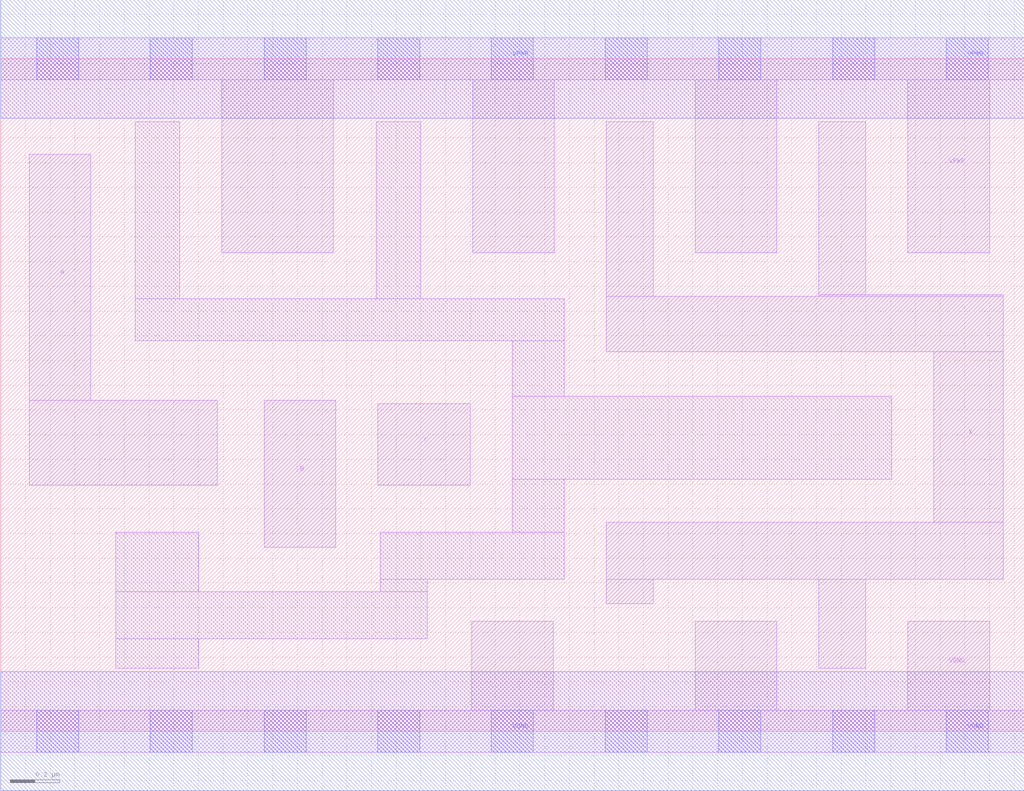
<source format=lef>
# Copyright 2020 The SkyWater PDK Authors
#
# Licensed under the Apache License, Version 2.0 (the "License");
# you may not use this file except in compliance with the License.
# You may obtain a copy of the License at
#
#     https://www.apache.org/licenses/LICENSE-2.0
#
# Unless required by applicable law or agreed to in writing, software
# distributed under the License is distributed on an "AS IS" BASIS,
# WITHOUT WARRANTIES OR CONDITIONS OF ANY KIND, either express or implied.
# See the License for the specific language governing permissions and
# limitations under the License.
#
# SPDX-License-Identifier: Apache-2.0

VERSION 5.7 ;
  NAMESCASESENSITIVE ON ;
  NOWIREEXTENSIONATPIN ON ;
  DIVIDERCHAR "/" ;
  BUSBITCHARS "[]" ;
UNITS
  DATABASE MICRONS 200 ;
END UNITS
MACRO sky130_fd_sc_hd__and3_4
  CLASS CORE ;
  SOURCE USER ;
  FOREIGN sky130_fd_sc_hd__and3_4 ;
  ORIGIN  0.000000  0.000000 ;
  SIZE  4.140000 BY  2.720000 ;
  SYMMETRY X Y R90 ;
  SITE unithd ;
  PIN A
    ANTENNAGATEAREA  0.247500 ;
    DIRECTION INPUT ;
    USE SIGNAL ;
    PORT
      LAYER li1 ;
        RECT 0.115000 0.995000 0.875000 1.340000 ;
        RECT 0.115000 1.340000 0.365000 2.335000 ;
    END
  END A
  PIN B
    ANTENNAGATEAREA  0.247500 ;
    DIRECTION INPUT ;
    USE SIGNAL ;
    PORT
      LAYER li1 ;
        RECT 1.065000 0.745000 1.355000 1.340000 ;
    END
  END B
  PIN C
    ANTENNAGATEAREA  0.247500 ;
    DIRECTION INPUT ;
    USE SIGNAL ;
    PORT
      LAYER li1 ;
        RECT 1.525000 0.995000 1.900000 1.325000 ;
    END
  END C
  PIN X
    ANTENNADIFFAREA  0.924000 ;
    DIRECTION OUTPUT ;
    USE SIGNAL ;
    PORT
      LAYER li1 ;
        RECT 2.450000 0.515000 2.640000 0.615000 ;
        RECT 2.450000 0.615000 4.055000 0.845000 ;
        RECT 2.450000 1.535000 4.055000 1.760000 ;
        RECT 2.450000 1.760000 2.640000 2.465000 ;
        RECT 3.310000 0.255000 3.500000 0.615000 ;
        RECT 3.310000 1.760000 4.055000 1.765000 ;
        RECT 3.310000 1.765000 3.500000 2.465000 ;
        RECT 3.775000 0.845000 4.055000 1.535000 ;
    END
  END X
  PIN VGND
    DIRECTION INOUT ;
    SHAPE ABUTMENT ;
    USE GROUND ;
    PORT
      LAYER li1 ;
        RECT 0.000000 -0.085000 4.140000 0.085000 ;
        RECT 1.905000  0.085000 2.235000 0.445000 ;
        RECT 2.810000  0.085000 3.140000 0.445000 ;
        RECT 3.670000  0.085000 4.000000 0.445000 ;
      LAYER mcon ;
        RECT 0.145000 -0.085000 0.315000 0.085000 ;
        RECT 0.605000 -0.085000 0.775000 0.085000 ;
        RECT 1.065000 -0.085000 1.235000 0.085000 ;
        RECT 1.525000 -0.085000 1.695000 0.085000 ;
        RECT 1.985000 -0.085000 2.155000 0.085000 ;
        RECT 2.445000 -0.085000 2.615000 0.085000 ;
        RECT 2.905000 -0.085000 3.075000 0.085000 ;
        RECT 3.365000 -0.085000 3.535000 0.085000 ;
        RECT 3.825000 -0.085000 3.995000 0.085000 ;
      LAYER met1 ;
        RECT 0.000000 -0.240000 4.140000 0.240000 ;
    END
  END VGND
  PIN VPWR
    DIRECTION INOUT ;
    SHAPE ABUTMENT ;
    USE POWER ;
    PORT
      LAYER li1 ;
        RECT 0.000000 2.635000 4.140000 2.805000 ;
        RECT 0.895000 1.935000 1.345000 2.635000 ;
        RECT 1.910000 1.935000 2.240000 2.635000 ;
        RECT 2.810000 1.935000 3.140000 2.635000 ;
        RECT 3.670000 1.935000 4.000000 2.635000 ;
      LAYER mcon ;
        RECT 0.145000 2.635000 0.315000 2.805000 ;
        RECT 0.605000 2.635000 0.775000 2.805000 ;
        RECT 1.065000 2.635000 1.235000 2.805000 ;
        RECT 1.525000 2.635000 1.695000 2.805000 ;
        RECT 1.985000 2.635000 2.155000 2.805000 ;
        RECT 2.445000 2.635000 2.615000 2.805000 ;
        RECT 2.905000 2.635000 3.075000 2.805000 ;
        RECT 3.365000 2.635000 3.535000 2.805000 ;
        RECT 3.825000 2.635000 3.995000 2.805000 ;
      LAYER met1 ;
        RECT 0.000000 2.480000 4.140000 2.960000 ;
    END
  END VPWR
  OBS
    LAYER li1 ;
      RECT 0.465000 0.255000 0.800000 0.375000 ;
      RECT 0.465000 0.375000 1.725000 0.565000 ;
      RECT 0.465000 0.565000 0.800000 0.805000 ;
      RECT 0.545000 1.580000 2.280000 1.750000 ;
      RECT 0.545000 1.750000 0.725000 2.465000 ;
      RECT 1.520000 1.750000 1.700000 2.465000 ;
      RECT 1.535000 0.565000 1.725000 0.615000 ;
      RECT 1.535000 0.615000 2.280000 0.805000 ;
      RECT 2.070000 0.805000 2.280000 1.020000 ;
      RECT 2.070000 1.020000 3.605000 1.355000 ;
      RECT 2.070000 1.355000 2.280000 1.580000 ;
  END
END sky130_fd_sc_hd__and3_4
END LIBRARY

</source>
